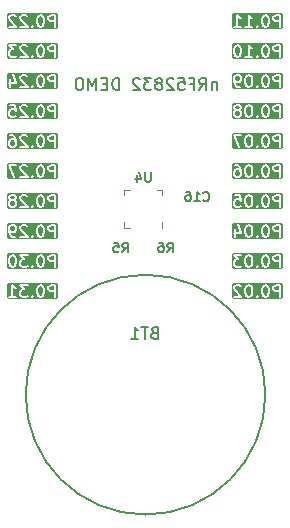
<source format=gbr>
G04 #@! TF.GenerationSoftware,KiCad,Pcbnew,(5.1.4)-1*
G04 #@! TF.CreationDate,2020-09-18T13:05:13-04:00*
G04 #@! TF.ProjectId,nRF52832_DEMO_V01,6e524635-3238-4333-925f-44454d4f5f56,rev?*
G04 #@! TF.SameCoordinates,Original*
G04 #@! TF.FileFunction,Legend,Bot*
G04 #@! TF.FilePolarity,Positive*
%FSLAX46Y46*%
G04 Gerber Fmt 4.6, Leading zero omitted, Abs format (unit mm)*
G04 Created by KiCad (PCBNEW (5.1.4)-1) date 2020-09-18 13:05:13*
%MOMM*%
%LPD*%
G04 APERTURE LIST*
%ADD10C,0.150000*%
%ADD11C,0.120000*%
%ADD12C,0.254000*%
%ADD13C,0.150000*%
G04 APERTURE END LIST*
%LPD*%
D10*
X122284380Y-68619714D02*
X122284380Y-69286380D01*
X122284380Y-68714952D02*
X122236761Y-68667333D01*
X122141523Y-68619714D01*
X121998666Y-68619714D01*
X121903428Y-68667333D01*
X121855809Y-68762571D01*
X121855809Y-69286380D01*
X120808190Y-69286380D02*
X121141523Y-68810190D01*
X121379619Y-69286380D02*
X121379619Y-68286380D01*
X120998666Y-68286380D01*
X120903428Y-68334000D01*
X120855809Y-68381619D01*
X120808190Y-68476857D01*
X120808190Y-68619714D01*
X120855809Y-68714952D01*
X120903428Y-68762571D01*
X120998666Y-68810190D01*
X121379619Y-68810190D01*
X120046285Y-68762571D02*
X120379619Y-68762571D01*
X120379619Y-69286380D02*
X120379619Y-68286380D01*
X119903428Y-68286380D01*
X119046285Y-68286380D02*
X119522476Y-68286380D01*
X119570095Y-68762571D01*
X119522476Y-68714952D01*
X119427238Y-68667333D01*
X119189142Y-68667333D01*
X119093904Y-68714952D01*
X119046285Y-68762571D01*
X118998666Y-68857809D01*
X118998666Y-69095904D01*
X119046285Y-69191142D01*
X119093904Y-69238761D01*
X119189142Y-69286380D01*
X119427238Y-69286380D01*
X119522476Y-69238761D01*
X119570095Y-69191142D01*
X118617714Y-68381619D02*
X118570095Y-68334000D01*
X118474857Y-68286380D01*
X118236761Y-68286380D01*
X118141523Y-68334000D01*
X118093904Y-68381619D01*
X118046285Y-68476857D01*
X118046285Y-68572095D01*
X118093904Y-68714952D01*
X118665333Y-69286380D01*
X118046285Y-69286380D01*
X117474857Y-68714952D02*
X117570095Y-68667333D01*
X117617714Y-68619714D01*
X117665333Y-68524476D01*
X117665333Y-68476857D01*
X117617714Y-68381619D01*
X117570095Y-68334000D01*
X117474857Y-68286380D01*
X117284380Y-68286380D01*
X117189142Y-68334000D01*
X117141523Y-68381619D01*
X117093904Y-68476857D01*
X117093904Y-68524476D01*
X117141523Y-68619714D01*
X117189142Y-68667333D01*
X117284380Y-68714952D01*
X117474857Y-68714952D01*
X117570095Y-68762571D01*
X117617714Y-68810190D01*
X117665333Y-68905428D01*
X117665333Y-69095904D01*
X117617714Y-69191142D01*
X117570095Y-69238761D01*
X117474857Y-69286380D01*
X117284380Y-69286380D01*
X117189142Y-69238761D01*
X117141523Y-69191142D01*
X117093904Y-69095904D01*
X117093904Y-68905428D01*
X117141523Y-68810190D01*
X117189142Y-68762571D01*
X117284380Y-68714952D01*
X116760571Y-68286380D02*
X116141523Y-68286380D01*
X116474857Y-68667333D01*
X116332000Y-68667333D01*
X116236761Y-68714952D01*
X116189142Y-68762571D01*
X116141523Y-68857809D01*
X116141523Y-69095904D01*
X116189142Y-69191142D01*
X116236761Y-69238761D01*
X116332000Y-69286380D01*
X116617714Y-69286380D01*
X116712952Y-69238761D01*
X116760571Y-69191142D01*
X115760571Y-68381619D02*
X115712952Y-68334000D01*
X115617714Y-68286380D01*
X115379619Y-68286380D01*
X115284380Y-68334000D01*
X115236761Y-68381619D01*
X115189142Y-68476857D01*
X115189142Y-68572095D01*
X115236761Y-68714952D01*
X115808190Y-69286380D01*
X115189142Y-69286380D01*
X113998666Y-69286380D02*
X113998666Y-68286380D01*
X113760571Y-68286380D01*
X113617714Y-68334000D01*
X113522476Y-68429238D01*
X113474857Y-68524476D01*
X113427238Y-68714952D01*
X113427238Y-68857809D01*
X113474857Y-69048285D01*
X113522476Y-69143523D01*
X113617714Y-69238761D01*
X113760571Y-69286380D01*
X113998666Y-69286380D01*
X112998666Y-68762571D02*
X112665333Y-68762571D01*
X112522476Y-69286380D02*
X112998666Y-69286380D01*
X112998666Y-68286380D01*
X112522476Y-68286380D01*
X112093904Y-69286380D02*
X112093904Y-68286380D01*
X111760571Y-69000666D01*
X111427238Y-68286380D01*
X111427238Y-69286380D01*
X110760571Y-68286380D02*
X110570095Y-68286380D01*
X110474857Y-68334000D01*
X110379619Y-68429238D01*
X110332000Y-68619714D01*
X110332000Y-68953047D01*
X110379619Y-69143523D01*
X110474857Y-69238761D01*
X110570095Y-69286380D01*
X110760571Y-69286380D01*
X110855809Y-69238761D01*
X110951047Y-69143523D01*
X110998666Y-68953047D01*
X110998666Y-68619714D01*
X110951047Y-68429238D01*
X110855809Y-68334000D01*
X110760571Y-68286380D01*
D11*
X117675300Y-78214600D02*
X117675300Y-77739600D01*
X117675300Y-77739600D02*
X117200300Y-77739600D01*
X114455300Y-80484600D02*
X114455300Y-80959600D01*
X114455300Y-80959600D02*
X114930300Y-80959600D01*
X114455300Y-78214600D02*
X114455300Y-77739600D01*
X114455300Y-77739600D02*
X114930300Y-77739600D01*
X117675300Y-80484600D02*
X117675300Y-80959600D01*
D10*
X126406271Y-95097600D02*
G75*
G03X126406271Y-95097600I-10150471J0D01*
G01*
X121164285Y-78644714D02*
X121202380Y-78682809D01*
X121316666Y-78720904D01*
X121392857Y-78720904D01*
X121507142Y-78682809D01*
X121583333Y-78606619D01*
X121621428Y-78530428D01*
X121659523Y-78378047D01*
X121659523Y-78263761D01*
X121621428Y-78111380D01*
X121583333Y-78035190D01*
X121507142Y-77959000D01*
X121392857Y-77920904D01*
X121316666Y-77920904D01*
X121202380Y-77959000D01*
X121164285Y-77997095D01*
X120402380Y-78720904D02*
X120859523Y-78720904D01*
X120630952Y-78720904D02*
X120630952Y-77920904D01*
X120707142Y-78035190D01*
X120783333Y-78111380D01*
X120859523Y-78149476D01*
X119716666Y-77920904D02*
X119869047Y-77920904D01*
X119945238Y-77959000D01*
X119983333Y-77997095D01*
X120059523Y-78111380D01*
X120097619Y-78263761D01*
X120097619Y-78568523D01*
X120059523Y-78644714D01*
X120021428Y-78682809D01*
X119945238Y-78720904D01*
X119792857Y-78720904D01*
X119716666Y-78682809D01*
X119678571Y-78644714D01*
X119640476Y-78568523D01*
X119640476Y-78378047D01*
X119678571Y-78301857D01*
X119716666Y-78263761D01*
X119792857Y-78225666D01*
X119945238Y-78225666D01*
X120021428Y-78263761D01*
X120059523Y-78301857D01*
X120097619Y-78378047D01*
X114306333Y-83038904D02*
X114573000Y-82657952D01*
X114763476Y-83038904D02*
X114763476Y-82238904D01*
X114458714Y-82238904D01*
X114382523Y-82277000D01*
X114344428Y-82315095D01*
X114306333Y-82391285D01*
X114306333Y-82505571D01*
X114344428Y-82581761D01*
X114382523Y-82619857D01*
X114458714Y-82657952D01*
X114763476Y-82657952D01*
X113582523Y-82238904D02*
X113963476Y-82238904D01*
X114001571Y-82619857D01*
X113963476Y-82581761D01*
X113887285Y-82543666D01*
X113696809Y-82543666D01*
X113620619Y-82581761D01*
X113582523Y-82619857D01*
X113544428Y-82696047D01*
X113544428Y-82886523D01*
X113582523Y-82962714D01*
X113620619Y-83000809D01*
X113696809Y-83038904D01*
X113887285Y-83038904D01*
X113963476Y-83000809D01*
X114001571Y-82962714D01*
X118116333Y-83038904D02*
X118383000Y-82657952D01*
X118573476Y-83038904D02*
X118573476Y-82238904D01*
X118268714Y-82238904D01*
X118192523Y-82277000D01*
X118154428Y-82315095D01*
X118116333Y-82391285D01*
X118116333Y-82505571D01*
X118154428Y-82581761D01*
X118192523Y-82619857D01*
X118268714Y-82657952D01*
X118573476Y-82657952D01*
X117430619Y-82238904D02*
X117583000Y-82238904D01*
X117659190Y-82277000D01*
X117697285Y-82315095D01*
X117773476Y-82429380D01*
X117811571Y-82581761D01*
X117811571Y-82886523D01*
X117773476Y-82962714D01*
X117735380Y-83000809D01*
X117659190Y-83038904D01*
X117506809Y-83038904D01*
X117430619Y-83000809D01*
X117392523Y-82962714D01*
X117354428Y-82886523D01*
X117354428Y-82696047D01*
X117392523Y-82619857D01*
X117430619Y-82581761D01*
X117506809Y-82543666D01*
X117659190Y-82543666D01*
X117735380Y-82581761D01*
X117773476Y-82619857D01*
X117811571Y-82696047D01*
X116687523Y-76269904D02*
X116687523Y-76917523D01*
X116649428Y-76993714D01*
X116611333Y-77031809D01*
X116535142Y-77069904D01*
X116382761Y-77069904D01*
X116306571Y-77031809D01*
X116268476Y-76993714D01*
X116230380Y-76917523D01*
X116230380Y-76269904D01*
X115506571Y-76536571D02*
X115506571Y-77069904D01*
X115697047Y-76231809D02*
X115887523Y-76803238D01*
X115392285Y-76803238D01*
X116990714Y-89844571D02*
X116847857Y-89892190D01*
X116800238Y-89939809D01*
X116752619Y-90035047D01*
X116752619Y-90177904D01*
X116800238Y-90273142D01*
X116847857Y-90320761D01*
X116943095Y-90368380D01*
X117324047Y-90368380D01*
X117324047Y-89368380D01*
X116990714Y-89368380D01*
X116895476Y-89416000D01*
X116847857Y-89463619D01*
X116800238Y-89558857D01*
X116800238Y-89654095D01*
X116847857Y-89749333D01*
X116895476Y-89796952D01*
X116990714Y-89844571D01*
X117324047Y-89844571D01*
X116466904Y-89368380D02*
X115895476Y-89368380D01*
X116181190Y-90368380D02*
X116181190Y-89368380D01*
X115038333Y-90368380D02*
X115609761Y-90368380D01*
X115324047Y-90368380D02*
X115324047Y-89368380D01*
X115419285Y-89511238D01*
X115514523Y-89606476D01*
X115609761Y-89654095D01*
D12*
G36*
X127762000Y-64008000D02*
G01*
X123698000Y-64008000D01*
X123698000Y-62865000D01*
X127762000Y-62865000D01*
X127762000Y-64008000D01*
X127762000Y-64008000D01*
G37*
X127762000Y-64008000D02*
X123698000Y-64008000D01*
X123698000Y-62865000D01*
X127762000Y-62865000D01*
X127762000Y-64008000D01*
G36*
X127762000Y-66548000D02*
G01*
X123698000Y-66548000D01*
X123698000Y-65405000D01*
X127762000Y-65405000D01*
X127762000Y-66548000D01*
X127762000Y-66548000D01*
G37*
X127762000Y-66548000D02*
X123698000Y-66548000D01*
X123698000Y-65405000D01*
X127762000Y-65405000D01*
X127762000Y-66548000D01*
G36*
X127762000Y-69088000D02*
G01*
X123698000Y-69088000D01*
X123698000Y-67945000D01*
X127762000Y-67945000D01*
X127762000Y-69088000D01*
X127762000Y-69088000D01*
G37*
X127762000Y-69088000D02*
X123698000Y-69088000D01*
X123698000Y-67945000D01*
X127762000Y-67945000D01*
X127762000Y-69088000D01*
G36*
X127762000Y-71628000D02*
G01*
X123698000Y-71628000D01*
X123698000Y-70485000D01*
X127762000Y-70485000D01*
X127762000Y-71628000D01*
X127762000Y-71628000D01*
G37*
X127762000Y-71628000D02*
X123698000Y-71628000D01*
X123698000Y-70485000D01*
X127762000Y-70485000D01*
X127762000Y-71628000D01*
G36*
X127762000Y-74168000D02*
G01*
X123698000Y-74168000D01*
X123698000Y-73025000D01*
X127762000Y-73025000D01*
X127762000Y-74168000D01*
X127762000Y-74168000D01*
G37*
X127762000Y-74168000D02*
X123698000Y-74168000D01*
X123698000Y-73025000D01*
X127762000Y-73025000D01*
X127762000Y-74168000D01*
G36*
X127762000Y-76708000D02*
G01*
X123698000Y-76708000D01*
X123698000Y-75565000D01*
X127762000Y-75565000D01*
X127762000Y-76708000D01*
X127762000Y-76708000D01*
G37*
X127762000Y-76708000D02*
X123698000Y-76708000D01*
X123698000Y-75565000D01*
X127762000Y-75565000D01*
X127762000Y-76708000D01*
G36*
X127762000Y-79248000D02*
G01*
X123698000Y-79248000D01*
X123698000Y-78105000D01*
X127762000Y-78105000D01*
X127762000Y-79248000D01*
X127762000Y-79248000D01*
G37*
X127762000Y-79248000D02*
X123698000Y-79248000D01*
X123698000Y-78105000D01*
X127762000Y-78105000D01*
X127762000Y-79248000D01*
G36*
X127762000Y-81788000D02*
G01*
X123698000Y-81788000D01*
X123698000Y-80645000D01*
X127762000Y-80645000D01*
X127762000Y-81788000D01*
X127762000Y-81788000D01*
G37*
X127762000Y-81788000D02*
X123698000Y-81788000D01*
X123698000Y-80645000D01*
X127762000Y-80645000D01*
X127762000Y-81788000D01*
G36*
X127762000Y-84328000D02*
G01*
X123698000Y-84328000D01*
X123698000Y-83185000D01*
X127762000Y-83185000D01*
X127762000Y-84328000D01*
X127762000Y-84328000D01*
G37*
X127762000Y-84328000D02*
X123698000Y-84328000D01*
X123698000Y-83185000D01*
X127762000Y-83185000D01*
X127762000Y-84328000D01*
G36*
X127762000Y-86868000D02*
G01*
X123698000Y-86868000D01*
X123698000Y-85725000D01*
X127762000Y-85725000D01*
X127762000Y-86868000D01*
X127762000Y-86868000D01*
G37*
X127762000Y-86868000D02*
X123698000Y-86868000D01*
X123698000Y-85725000D01*
X127762000Y-85725000D01*
X127762000Y-86868000D01*
G36*
X108712000Y-79248000D02*
G01*
X104648000Y-79248000D01*
X104648000Y-78105000D01*
X108712000Y-78105000D01*
X108712000Y-79248000D01*
X108712000Y-79248000D01*
G37*
X108712000Y-79248000D02*
X104648000Y-79248000D01*
X104648000Y-78105000D01*
X108712000Y-78105000D01*
X108712000Y-79248000D01*
G36*
X108712000Y-69088000D02*
G01*
X104648000Y-69088000D01*
X104648000Y-67945000D01*
X108712000Y-67945000D01*
X108712000Y-69088000D01*
X108712000Y-69088000D01*
G37*
X108712000Y-69088000D02*
X104648000Y-69088000D01*
X104648000Y-67945000D01*
X108712000Y-67945000D01*
X108712000Y-69088000D01*
G36*
X108712000Y-66548000D02*
G01*
X104648000Y-66548000D01*
X104648000Y-65405000D01*
X108712000Y-65405000D01*
X108712000Y-66548000D01*
X108712000Y-66548000D01*
G37*
X108712000Y-66548000D02*
X104648000Y-66548000D01*
X104648000Y-65405000D01*
X108712000Y-65405000D01*
X108712000Y-66548000D01*
G36*
X108712000Y-84328000D02*
G01*
X104648000Y-84328000D01*
X104648000Y-83185000D01*
X108712000Y-83185000D01*
X108712000Y-84328000D01*
X108712000Y-84328000D01*
G37*
X108712000Y-84328000D02*
X104648000Y-84328000D01*
X104648000Y-83185000D01*
X108712000Y-83185000D01*
X108712000Y-84328000D01*
G36*
X108712000Y-76708000D02*
G01*
X104648000Y-76708000D01*
X104648000Y-75565000D01*
X108712000Y-75565000D01*
X108712000Y-76708000D01*
X108712000Y-76708000D01*
G37*
X108712000Y-76708000D02*
X104648000Y-76708000D01*
X104648000Y-75565000D01*
X108712000Y-75565000D01*
X108712000Y-76708000D01*
G36*
X108712000Y-74168000D02*
G01*
X104648000Y-74168000D01*
X104648000Y-73025000D01*
X108712000Y-73025000D01*
X108712000Y-74168000D01*
X108712000Y-74168000D01*
G37*
X108712000Y-74168000D02*
X104648000Y-74168000D01*
X104648000Y-73025000D01*
X108712000Y-73025000D01*
X108712000Y-74168000D01*
G36*
X108712000Y-71628000D02*
G01*
X104648000Y-71628000D01*
X104648000Y-70485000D01*
X108712000Y-70485000D01*
X108712000Y-71628000D01*
X108712000Y-71628000D01*
G37*
X108712000Y-71628000D02*
X104648000Y-71628000D01*
X104648000Y-70485000D01*
X108712000Y-70485000D01*
X108712000Y-71628000D01*
G36*
X108712000Y-81788000D02*
G01*
X104648000Y-81788000D01*
X104648000Y-80645000D01*
X108712000Y-80645000D01*
X108712000Y-81788000D01*
X108712000Y-81788000D01*
G37*
X108712000Y-81788000D02*
X104648000Y-81788000D01*
X104648000Y-80645000D01*
X108712000Y-80645000D01*
X108712000Y-81788000D01*
G36*
X108712000Y-86868000D02*
G01*
X104648000Y-86868000D01*
X104648000Y-85725000D01*
X108712000Y-85725000D01*
X108712000Y-86868000D01*
X108712000Y-86868000D01*
G37*
X108712000Y-86868000D02*
X104648000Y-86868000D01*
X104648000Y-85725000D01*
X108712000Y-85725000D01*
X108712000Y-86868000D01*
G36*
X108712000Y-64008000D02*
G01*
X104648000Y-64008000D01*
X104648000Y-62865000D01*
X108712000Y-62865000D01*
X108712000Y-64008000D01*
X108712000Y-64008000D01*
G37*
X108712000Y-64008000D02*
X104648000Y-64008000D01*
X104648000Y-62865000D01*
X108712000Y-62865000D01*
X108712000Y-64008000D01*
%LPC*%
D13*
X108608571Y-76652380D02*
X108608571Y-75652380D01*
X108227619Y-75652380D01*
X108132380Y-75700000D01*
X108084761Y-75747619D01*
X108037142Y-75842857D01*
X108037142Y-75985714D01*
X108084761Y-76080952D01*
X108132380Y-76128571D01*
X108227619Y-76176190D01*
X108608571Y-76176190D01*
X107418095Y-75652380D02*
X107322857Y-75652380D01*
X107227619Y-75700000D01*
X107180000Y-75747619D01*
X107132380Y-75842857D01*
X107084761Y-76033333D01*
X107084761Y-76271428D01*
X107132380Y-76461904D01*
X107180000Y-76557142D01*
X107227619Y-76604761D01*
X107322857Y-76652380D01*
X107418095Y-76652380D01*
X107513333Y-76604761D01*
X107560952Y-76557142D01*
X107608571Y-76461904D01*
X107656190Y-76271428D01*
X107656190Y-76033333D01*
X107608571Y-75842857D01*
X107560952Y-75747619D01*
X107513333Y-75700000D01*
X107418095Y-75652380D01*
X106656190Y-76557142D02*
X106608571Y-76604761D01*
X106656190Y-76652380D01*
X106703809Y-76604761D01*
X106656190Y-76557142D01*
X106656190Y-76652380D01*
X106227619Y-75747619D02*
X106180000Y-75700000D01*
X106084761Y-75652380D01*
X105846666Y-75652380D01*
X105751428Y-75700000D01*
X105703809Y-75747619D01*
X105656190Y-75842857D01*
X105656190Y-75938095D01*
X105703809Y-76080952D01*
X106275238Y-76652380D01*
X105656190Y-76652380D01*
X105322857Y-75652380D02*
X104656190Y-75652380D01*
X105084761Y-76652380D01*
X108608571Y-86812380D02*
X108608571Y-85812380D01*
X108227619Y-85812380D01*
X108132380Y-85860000D01*
X108084761Y-85907619D01*
X108037142Y-86002857D01*
X108037142Y-86145714D01*
X108084761Y-86240952D01*
X108132380Y-86288571D01*
X108227619Y-86336190D01*
X108608571Y-86336190D01*
X107418095Y-85812380D02*
X107322857Y-85812380D01*
X107227619Y-85860000D01*
X107180000Y-85907619D01*
X107132380Y-86002857D01*
X107084761Y-86193333D01*
X107084761Y-86431428D01*
X107132380Y-86621904D01*
X107180000Y-86717142D01*
X107227619Y-86764761D01*
X107322857Y-86812380D01*
X107418095Y-86812380D01*
X107513333Y-86764761D01*
X107560952Y-86717142D01*
X107608571Y-86621904D01*
X107656190Y-86431428D01*
X107656190Y-86193333D01*
X107608571Y-86002857D01*
X107560952Y-85907619D01*
X107513333Y-85860000D01*
X107418095Y-85812380D01*
X106656190Y-86717142D02*
X106608571Y-86764761D01*
X106656190Y-86812380D01*
X106703809Y-86764761D01*
X106656190Y-86717142D01*
X106656190Y-86812380D01*
X106275238Y-85812380D02*
X105656190Y-85812380D01*
X105989523Y-86193333D01*
X105846666Y-86193333D01*
X105751428Y-86240952D01*
X105703809Y-86288571D01*
X105656190Y-86383809D01*
X105656190Y-86621904D01*
X105703809Y-86717142D01*
X105751428Y-86764761D01*
X105846666Y-86812380D01*
X106132380Y-86812380D01*
X106227619Y-86764761D01*
X106275238Y-86717142D01*
X104703809Y-86812380D02*
X105275238Y-86812380D01*
X104989523Y-86812380D02*
X104989523Y-85812380D01*
X105084761Y-85955238D01*
X105180000Y-86050476D01*
X105275238Y-86098095D01*
X108608571Y-84272380D02*
X108608571Y-83272380D01*
X108227619Y-83272380D01*
X108132380Y-83320000D01*
X108084761Y-83367619D01*
X108037142Y-83462857D01*
X108037142Y-83605714D01*
X108084761Y-83700952D01*
X108132380Y-83748571D01*
X108227619Y-83796190D01*
X108608571Y-83796190D01*
X107418095Y-83272380D02*
X107322857Y-83272380D01*
X107227619Y-83320000D01*
X107180000Y-83367619D01*
X107132380Y-83462857D01*
X107084761Y-83653333D01*
X107084761Y-83891428D01*
X107132380Y-84081904D01*
X107180000Y-84177142D01*
X107227619Y-84224761D01*
X107322857Y-84272380D01*
X107418095Y-84272380D01*
X107513333Y-84224761D01*
X107560952Y-84177142D01*
X107608571Y-84081904D01*
X107656190Y-83891428D01*
X107656190Y-83653333D01*
X107608571Y-83462857D01*
X107560952Y-83367619D01*
X107513333Y-83320000D01*
X107418095Y-83272380D01*
X106656190Y-84177142D02*
X106608571Y-84224761D01*
X106656190Y-84272380D01*
X106703809Y-84224761D01*
X106656190Y-84177142D01*
X106656190Y-84272380D01*
X106275238Y-83272380D02*
X105656190Y-83272380D01*
X105989523Y-83653333D01*
X105846666Y-83653333D01*
X105751428Y-83700952D01*
X105703809Y-83748571D01*
X105656190Y-83843809D01*
X105656190Y-84081904D01*
X105703809Y-84177142D01*
X105751428Y-84224761D01*
X105846666Y-84272380D01*
X106132380Y-84272380D01*
X106227619Y-84224761D01*
X106275238Y-84177142D01*
X105037142Y-83272380D02*
X104941904Y-83272380D01*
X104846666Y-83320000D01*
X104799047Y-83367619D01*
X104751428Y-83462857D01*
X104703809Y-83653333D01*
X104703809Y-83891428D01*
X104751428Y-84081904D01*
X104799047Y-84177142D01*
X104846666Y-84224761D01*
X104941904Y-84272380D01*
X105037142Y-84272380D01*
X105132380Y-84224761D01*
X105180000Y-84177142D01*
X105227619Y-84081904D01*
X105275238Y-83891428D01*
X105275238Y-83653333D01*
X105227619Y-83462857D01*
X105180000Y-83367619D01*
X105132380Y-83320000D01*
X105037142Y-83272380D01*
X108608571Y-81732380D02*
X108608571Y-80732380D01*
X108227619Y-80732380D01*
X108132380Y-80780000D01*
X108084761Y-80827619D01*
X108037142Y-80922857D01*
X108037142Y-81065714D01*
X108084761Y-81160952D01*
X108132380Y-81208571D01*
X108227619Y-81256190D01*
X108608571Y-81256190D01*
X107418095Y-80732380D02*
X107322857Y-80732380D01*
X107227619Y-80780000D01*
X107180000Y-80827619D01*
X107132380Y-80922857D01*
X107084761Y-81113333D01*
X107084761Y-81351428D01*
X107132380Y-81541904D01*
X107180000Y-81637142D01*
X107227619Y-81684761D01*
X107322857Y-81732380D01*
X107418095Y-81732380D01*
X107513333Y-81684761D01*
X107560952Y-81637142D01*
X107608571Y-81541904D01*
X107656190Y-81351428D01*
X107656190Y-81113333D01*
X107608571Y-80922857D01*
X107560952Y-80827619D01*
X107513333Y-80780000D01*
X107418095Y-80732380D01*
X106656190Y-81637142D02*
X106608571Y-81684761D01*
X106656190Y-81732380D01*
X106703809Y-81684761D01*
X106656190Y-81637142D01*
X106656190Y-81732380D01*
X106227619Y-80827619D02*
X106180000Y-80780000D01*
X106084761Y-80732380D01*
X105846666Y-80732380D01*
X105751428Y-80780000D01*
X105703809Y-80827619D01*
X105656190Y-80922857D01*
X105656190Y-81018095D01*
X105703809Y-81160952D01*
X106275238Y-81732380D01*
X105656190Y-81732380D01*
X105180000Y-81732380D02*
X104989523Y-81732380D01*
X104894285Y-81684761D01*
X104846666Y-81637142D01*
X104751428Y-81494285D01*
X104703809Y-81303809D01*
X104703809Y-80922857D01*
X104751428Y-80827619D01*
X104799047Y-80780000D01*
X104894285Y-80732380D01*
X105084761Y-80732380D01*
X105180000Y-80780000D01*
X105227619Y-80827619D01*
X105275238Y-80922857D01*
X105275238Y-81160952D01*
X105227619Y-81256190D01*
X105180000Y-81303809D01*
X105084761Y-81351428D01*
X104894285Y-81351428D01*
X104799047Y-81303809D01*
X104751428Y-81256190D01*
X104703809Y-81160952D01*
X108608571Y-69032380D02*
X108608571Y-68032380D01*
X108227619Y-68032380D01*
X108132380Y-68080000D01*
X108084761Y-68127619D01*
X108037142Y-68222857D01*
X108037142Y-68365714D01*
X108084761Y-68460952D01*
X108132380Y-68508571D01*
X108227619Y-68556190D01*
X108608571Y-68556190D01*
X107418095Y-68032380D02*
X107322857Y-68032380D01*
X107227619Y-68080000D01*
X107180000Y-68127619D01*
X107132380Y-68222857D01*
X107084761Y-68413333D01*
X107084761Y-68651428D01*
X107132380Y-68841904D01*
X107180000Y-68937142D01*
X107227619Y-68984761D01*
X107322857Y-69032380D01*
X107418095Y-69032380D01*
X107513333Y-68984761D01*
X107560952Y-68937142D01*
X107608571Y-68841904D01*
X107656190Y-68651428D01*
X107656190Y-68413333D01*
X107608571Y-68222857D01*
X107560952Y-68127619D01*
X107513333Y-68080000D01*
X107418095Y-68032380D01*
X106656190Y-68937142D02*
X106608571Y-68984761D01*
X106656190Y-69032380D01*
X106703809Y-68984761D01*
X106656190Y-68937142D01*
X106656190Y-69032380D01*
X106227619Y-68127619D02*
X106180000Y-68080000D01*
X106084761Y-68032380D01*
X105846666Y-68032380D01*
X105751428Y-68080000D01*
X105703809Y-68127619D01*
X105656190Y-68222857D01*
X105656190Y-68318095D01*
X105703809Y-68460952D01*
X106275238Y-69032380D01*
X105656190Y-69032380D01*
X104799047Y-68365714D02*
X104799047Y-69032380D01*
X105037142Y-67984761D02*
X105275238Y-68699047D01*
X104656190Y-68699047D01*
X108608571Y-66492380D02*
X108608571Y-65492380D01*
X108227619Y-65492380D01*
X108132380Y-65540000D01*
X108084761Y-65587619D01*
X108037142Y-65682857D01*
X108037142Y-65825714D01*
X108084761Y-65920952D01*
X108132380Y-65968571D01*
X108227619Y-66016190D01*
X108608571Y-66016190D01*
X107418095Y-65492380D02*
X107322857Y-65492380D01*
X107227619Y-65540000D01*
X107180000Y-65587619D01*
X107132380Y-65682857D01*
X107084761Y-65873333D01*
X107084761Y-66111428D01*
X107132380Y-66301904D01*
X107180000Y-66397142D01*
X107227619Y-66444761D01*
X107322857Y-66492380D01*
X107418095Y-66492380D01*
X107513333Y-66444761D01*
X107560952Y-66397142D01*
X107608571Y-66301904D01*
X107656190Y-66111428D01*
X107656190Y-65873333D01*
X107608571Y-65682857D01*
X107560952Y-65587619D01*
X107513333Y-65540000D01*
X107418095Y-65492380D01*
X106656190Y-66397142D02*
X106608571Y-66444761D01*
X106656190Y-66492380D01*
X106703809Y-66444761D01*
X106656190Y-66397142D01*
X106656190Y-66492380D01*
X106227619Y-65587619D02*
X106180000Y-65540000D01*
X106084761Y-65492380D01*
X105846666Y-65492380D01*
X105751428Y-65540000D01*
X105703809Y-65587619D01*
X105656190Y-65682857D01*
X105656190Y-65778095D01*
X105703809Y-65920952D01*
X106275238Y-66492380D01*
X105656190Y-66492380D01*
X105322857Y-65492380D02*
X104703809Y-65492380D01*
X105037142Y-65873333D01*
X104894285Y-65873333D01*
X104799047Y-65920952D01*
X104751428Y-65968571D01*
X104703809Y-66063809D01*
X104703809Y-66301904D01*
X104751428Y-66397142D01*
X104799047Y-66444761D01*
X104894285Y-66492380D01*
X105180000Y-66492380D01*
X105275238Y-66444761D01*
X105322857Y-66397142D01*
X108608571Y-71572380D02*
X108608571Y-70572380D01*
X108227619Y-70572380D01*
X108132380Y-70620000D01*
X108084761Y-70667619D01*
X108037142Y-70762857D01*
X108037142Y-70905714D01*
X108084761Y-71000952D01*
X108132380Y-71048571D01*
X108227619Y-71096190D01*
X108608571Y-71096190D01*
X107418095Y-70572380D02*
X107322857Y-70572380D01*
X107227619Y-70620000D01*
X107180000Y-70667619D01*
X107132380Y-70762857D01*
X107084761Y-70953333D01*
X107084761Y-71191428D01*
X107132380Y-71381904D01*
X107180000Y-71477142D01*
X107227619Y-71524761D01*
X107322857Y-71572380D01*
X107418095Y-71572380D01*
X107513333Y-71524761D01*
X107560952Y-71477142D01*
X107608571Y-71381904D01*
X107656190Y-71191428D01*
X107656190Y-70953333D01*
X107608571Y-70762857D01*
X107560952Y-70667619D01*
X107513333Y-70620000D01*
X107418095Y-70572380D01*
X106656190Y-71477142D02*
X106608571Y-71524761D01*
X106656190Y-71572380D01*
X106703809Y-71524761D01*
X106656190Y-71477142D01*
X106656190Y-71572380D01*
X106227619Y-70667619D02*
X106180000Y-70620000D01*
X106084761Y-70572380D01*
X105846666Y-70572380D01*
X105751428Y-70620000D01*
X105703809Y-70667619D01*
X105656190Y-70762857D01*
X105656190Y-70858095D01*
X105703809Y-71000952D01*
X106275238Y-71572380D01*
X105656190Y-71572380D01*
X104751428Y-70572380D02*
X105227619Y-70572380D01*
X105275238Y-71048571D01*
X105227619Y-71000952D01*
X105132380Y-70953333D01*
X104894285Y-70953333D01*
X104799047Y-71000952D01*
X104751428Y-71048571D01*
X104703809Y-71143809D01*
X104703809Y-71381904D01*
X104751428Y-71477142D01*
X104799047Y-71524761D01*
X104894285Y-71572380D01*
X105132380Y-71572380D01*
X105227619Y-71524761D01*
X105275238Y-71477142D01*
X108608571Y-74112380D02*
X108608571Y-73112380D01*
X108227619Y-73112380D01*
X108132380Y-73160000D01*
X108084761Y-73207619D01*
X108037142Y-73302857D01*
X108037142Y-73445714D01*
X108084761Y-73540952D01*
X108132380Y-73588571D01*
X108227619Y-73636190D01*
X108608571Y-73636190D01*
X107418095Y-73112380D02*
X107322857Y-73112380D01*
X107227619Y-73160000D01*
X107180000Y-73207619D01*
X107132380Y-73302857D01*
X107084761Y-73493333D01*
X107084761Y-73731428D01*
X107132380Y-73921904D01*
X107180000Y-74017142D01*
X107227619Y-74064761D01*
X107322857Y-74112380D01*
X107418095Y-74112380D01*
X107513333Y-74064761D01*
X107560952Y-74017142D01*
X107608571Y-73921904D01*
X107656190Y-73731428D01*
X107656190Y-73493333D01*
X107608571Y-73302857D01*
X107560952Y-73207619D01*
X107513333Y-73160000D01*
X107418095Y-73112380D01*
X106656190Y-74017142D02*
X106608571Y-74064761D01*
X106656190Y-74112380D01*
X106703809Y-74064761D01*
X106656190Y-74017142D01*
X106656190Y-74112380D01*
X106227619Y-73207619D02*
X106180000Y-73160000D01*
X106084761Y-73112380D01*
X105846666Y-73112380D01*
X105751428Y-73160000D01*
X105703809Y-73207619D01*
X105656190Y-73302857D01*
X105656190Y-73398095D01*
X105703809Y-73540952D01*
X106275238Y-74112380D01*
X105656190Y-74112380D01*
X104799047Y-73112380D02*
X104989523Y-73112380D01*
X105084761Y-73160000D01*
X105132380Y-73207619D01*
X105227619Y-73350476D01*
X105275238Y-73540952D01*
X105275238Y-73921904D01*
X105227619Y-74017142D01*
X105180000Y-74064761D01*
X105084761Y-74112380D01*
X104894285Y-74112380D01*
X104799047Y-74064761D01*
X104751428Y-74017142D01*
X104703809Y-73921904D01*
X104703809Y-73683809D01*
X104751428Y-73588571D01*
X104799047Y-73540952D01*
X104894285Y-73493333D01*
X105084761Y-73493333D01*
X105180000Y-73540952D01*
X105227619Y-73588571D01*
X105275238Y-73683809D01*
X108608571Y-79192380D02*
X108608571Y-78192380D01*
X108227619Y-78192380D01*
X108132380Y-78240000D01*
X108084761Y-78287619D01*
X108037142Y-78382857D01*
X108037142Y-78525714D01*
X108084761Y-78620952D01*
X108132380Y-78668571D01*
X108227619Y-78716190D01*
X108608571Y-78716190D01*
X107418095Y-78192380D02*
X107322857Y-78192380D01*
X107227619Y-78240000D01*
X107180000Y-78287619D01*
X107132380Y-78382857D01*
X107084761Y-78573333D01*
X107084761Y-78811428D01*
X107132380Y-79001904D01*
X107180000Y-79097142D01*
X107227619Y-79144761D01*
X107322857Y-79192380D01*
X107418095Y-79192380D01*
X107513333Y-79144761D01*
X107560952Y-79097142D01*
X107608571Y-79001904D01*
X107656190Y-78811428D01*
X107656190Y-78573333D01*
X107608571Y-78382857D01*
X107560952Y-78287619D01*
X107513333Y-78240000D01*
X107418095Y-78192380D01*
X106656190Y-79097142D02*
X106608571Y-79144761D01*
X106656190Y-79192380D01*
X106703809Y-79144761D01*
X106656190Y-79097142D01*
X106656190Y-79192380D01*
X106227619Y-78287619D02*
X106180000Y-78240000D01*
X106084761Y-78192380D01*
X105846666Y-78192380D01*
X105751428Y-78240000D01*
X105703809Y-78287619D01*
X105656190Y-78382857D01*
X105656190Y-78478095D01*
X105703809Y-78620952D01*
X106275238Y-79192380D01*
X105656190Y-79192380D01*
X105084761Y-78620952D02*
X105180000Y-78573333D01*
X105227619Y-78525714D01*
X105275238Y-78430476D01*
X105275238Y-78382857D01*
X105227619Y-78287619D01*
X105180000Y-78240000D01*
X105084761Y-78192380D01*
X104894285Y-78192380D01*
X104799047Y-78240000D01*
X104751428Y-78287619D01*
X104703809Y-78382857D01*
X104703809Y-78430476D01*
X104751428Y-78525714D01*
X104799047Y-78573333D01*
X104894285Y-78620952D01*
X105084761Y-78620952D01*
X105180000Y-78668571D01*
X105227619Y-78716190D01*
X105275238Y-78811428D01*
X105275238Y-79001904D01*
X105227619Y-79097142D01*
X105180000Y-79144761D01*
X105084761Y-79192380D01*
X104894285Y-79192380D01*
X104799047Y-79144761D01*
X104751428Y-79097142D01*
X104703809Y-79001904D01*
X104703809Y-78811428D01*
X104751428Y-78716190D01*
X104799047Y-78668571D01*
X104894285Y-78620952D01*
X108608571Y-63952380D02*
X108608571Y-62952380D01*
X108227619Y-62952380D01*
X108132380Y-63000000D01*
X108084761Y-63047619D01*
X108037142Y-63142857D01*
X108037142Y-63285714D01*
X108084761Y-63380952D01*
X108132380Y-63428571D01*
X108227619Y-63476190D01*
X108608571Y-63476190D01*
X107418095Y-62952380D02*
X107322857Y-62952380D01*
X107227619Y-63000000D01*
X107180000Y-63047619D01*
X107132380Y-63142857D01*
X107084761Y-63333333D01*
X107084761Y-63571428D01*
X107132380Y-63761904D01*
X107180000Y-63857142D01*
X107227619Y-63904761D01*
X107322857Y-63952380D01*
X107418095Y-63952380D01*
X107513333Y-63904761D01*
X107560952Y-63857142D01*
X107608571Y-63761904D01*
X107656190Y-63571428D01*
X107656190Y-63333333D01*
X107608571Y-63142857D01*
X107560952Y-63047619D01*
X107513333Y-63000000D01*
X107418095Y-62952380D01*
X106656190Y-63857142D02*
X106608571Y-63904761D01*
X106656190Y-63952380D01*
X106703809Y-63904761D01*
X106656190Y-63857142D01*
X106656190Y-63952380D01*
X106227619Y-63047619D02*
X106180000Y-63000000D01*
X106084761Y-62952380D01*
X105846666Y-62952380D01*
X105751428Y-63000000D01*
X105703809Y-63047619D01*
X105656190Y-63142857D01*
X105656190Y-63238095D01*
X105703809Y-63380952D01*
X106275238Y-63952380D01*
X105656190Y-63952380D01*
X105275238Y-63047619D02*
X105227619Y-63000000D01*
X105132380Y-62952380D01*
X104894285Y-62952380D01*
X104799047Y-63000000D01*
X104751428Y-63047619D01*
X104703809Y-63142857D01*
X104703809Y-63238095D01*
X104751428Y-63380952D01*
X105322857Y-63952380D01*
X104703809Y-63952380D01*
X127658571Y-86812380D02*
X127658571Y-85812380D01*
X127277619Y-85812380D01*
X127182380Y-85860000D01*
X127134761Y-85907619D01*
X127087142Y-86002857D01*
X127087142Y-86145714D01*
X127134761Y-86240952D01*
X127182380Y-86288571D01*
X127277619Y-86336190D01*
X127658571Y-86336190D01*
X126468095Y-85812380D02*
X126372857Y-85812380D01*
X126277619Y-85860000D01*
X126230000Y-85907619D01*
X126182380Y-86002857D01*
X126134761Y-86193333D01*
X126134761Y-86431428D01*
X126182380Y-86621904D01*
X126230000Y-86717142D01*
X126277619Y-86764761D01*
X126372857Y-86812380D01*
X126468095Y-86812380D01*
X126563333Y-86764761D01*
X126610952Y-86717142D01*
X126658571Y-86621904D01*
X126706190Y-86431428D01*
X126706190Y-86193333D01*
X126658571Y-86002857D01*
X126610952Y-85907619D01*
X126563333Y-85860000D01*
X126468095Y-85812380D01*
X125706190Y-86717142D02*
X125658571Y-86764761D01*
X125706190Y-86812380D01*
X125753809Y-86764761D01*
X125706190Y-86717142D01*
X125706190Y-86812380D01*
X125039523Y-85812380D02*
X124944285Y-85812380D01*
X124849047Y-85860000D01*
X124801428Y-85907619D01*
X124753809Y-86002857D01*
X124706190Y-86193333D01*
X124706190Y-86431428D01*
X124753809Y-86621904D01*
X124801428Y-86717142D01*
X124849047Y-86764761D01*
X124944285Y-86812380D01*
X125039523Y-86812380D01*
X125134761Y-86764761D01*
X125182380Y-86717142D01*
X125230000Y-86621904D01*
X125277619Y-86431428D01*
X125277619Y-86193333D01*
X125230000Y-86002857D01*
X125182380Y-85907619D01*
X125134761Y-85860000D01*
X125039523Y-85812380D01*
X124325238Y-85907619D02*
X124277619Y-85860000D01*
X124182380Y-85812380D01*
X123944285Y-85812380D01*
X123849047Y-85860000D01*
X123801428Y-85907619D01*
X123753809Y-86002857D01*
X123753809Y-86098095D01*
X123801428Y-86240952D01*
X124372857Y-86812380D01*
X123753809Y-86812380D01*
X127658571Y-84272380D02*
X127658571Y-83272380D01*
X127277619Y-83272380D01*
X127182380Y-83320000D01*
X127134761Y-83367619D01*
X127087142Y-83462857D01*
X127087142Y-83605714D01*
X127134761Y-83700952D01*
X127182380Y-83748571D01*
X127277619Y-83796190D01*
X127658571Y-83796190D01*
X126468095Y-83272380D02*
X126372857Y-83272380D01*
X126277619Y-83320000D01*
X126230000Y-83367619D01*
X126182380Y-83462857D01*
X126134761Y-83653333D01*
X126134761Y-83891428D01*
X126182380Y-84081904D01*
X126230000Y-84177142D01*
X126277619Y-84224761D01*
X126372857Y-84272380D01*
X126468095Y-84272380D01*
X126563333Y-84224761D01*
X126610952Y-84177142D01*
X126658571Y-84081904D01*
X126706190Y-83891428D01*
X126706190Y-83653333D01*
X126658571Y-83462857D01*
X126610952Y-83367619D01*
X126563333Y-83320000D01*
X126468095Y-83272380D01*
X125706190Y-84177142D02*
X125658571Y-84224761D01*
X125706190Y-84272380D01*
X125753809Y-84224761D01*
X125706190Y-84177142D01*
X125706190Y-84272380D01*
X125039523Y-83272380D02*
X124944285Y-83272380D01*
X124849047Y-83320000D01*
X124801428Y-83367619D01*
X124753809Y-83462857D01*
X124706190Y-83653333D01*
X124706190Y-83891428D01*
X124753809Y-84081904D01*
X124801428Y-84177142D01*
X124849047Y-84224761D01*
X124944285Y-84272380D01*
X125039523Y-84272380D01*
X125134761Y-84224761D01*
X125182380Y-84177142D01*
X125230000Y-84081904D01*
X125277619Y-83891428D01*
X125277619Y-83653333D01*
X125230000Y-83462857D01*
X125182380Y-83367619D01*
X125134761Y-83320000D01*
X125039523Y-83272380D01*
X124372857Y-83272380D02*
X123753809Y-83272380D01*
X124087142Y-83653333D01*
X123944285Y-83653333D01*
X123849047Y-83700952D01*
X123801428Y-83748571D01*
X123753809Y-83843809D01*
X123753809Y-84081904D01*
X123801428Y-84177142D01*
X123849047Y-84224761D01*
X123944285Y-84272380D01*
X124230000Y-84272380D01*
X124325238Y-84224761D01*
X124372857Y-84177142D01*
X127658571Y-81732380D02*
X127658571Y-80732380D01*
X127277619Y-80732380D01*
X127182380Y-80780000D01*
X127134761Y-80827619D01*
X127087142Y-80922857D01*
X127087142Y-81065714D01*
X127134761Y-81160952D01*
X127182380Y-81208571D01*
X127277619Y-81256190D01*
X127658571Y-81256190D01*
X126468095Y-80732380D02*
X126372857Y-80732380D01*
X126277619Y-80780000D01*
X126230000Y-80827619D01*
X126182380Y-80922857D01*
X126134761Y-81113333D01*
X126134761Y-81351428D01*
X126182380Y-81541904D01*
X126230000Y-81637142D01*
X126277619Y-81684761D01*
X126372857Y-81732380D01*
X126468095Y-81732380D01*
X126563333Y-81684761D01*
X126610952Y-81637142D01*
X126658571Y-81541904D01*
X126706190Y-81351428D01*
X126706190Y-81113333D01*
X126658571Y-80922857D01*
X126610952Y-80827619D01*
X126563333Y-80780000D01*
X126468095Y-80732380D01*
X125706190Y-81637142D02*
X125658571Y-81684761D01*
X125706190Y-81732380D01*
X125753809Y-81684761D01*
X125706190Y-81637142D01*
X125706190Y-81732380D01*
X125039523Y-80732380D02*
X124944285Y-80732380D01*
X124849047Y-80780000D01*
X124801428Y-80827619D01*
X124753809Y-80922857D01*
X124706190Y-81113333D01*
X124706190Y-81351428D01*
X124753809Y-81541904D01*
X124801428Y-81637142D01*
X124849047Y-81684761D01*
X124944285Y-81732380D01*
X125039523Y-81732380D01*
X125134761Y-81684761D01*
X125182380Y-81637142D01*
X125230000Y-81541904D01*
X125277619Y-81351428D01*
X125277619Y-81113333D01*
X125230000Y-80922857D01*
X125182380Y-80827619D01*
X125134761Y-80780000D01*
X125039523Y-80732380D01*
X123849047Y-81065714D02*
X123849047Y-81732380D01*
X124087142Y-80684761D02*
X124325238Y-81399047D01*
X123706190Y-81399047D01*
X127658571Y-79192380D02*
X127658571Y-78192380D01*
X127277619Y-78192380D01*
X127182380Y-78240000D01*
X127134761Y-78287619D01*
X127087142Y-78382857D01*
X127087142Y-78525714D01*
X127134761Y-78620952D01*
X127182380Y-78668571D01*
X127277619Y-78716190D01*
X127658571Y-78716190D01*
X126468095Y-78192380D02*
X126372857Y-78192380D01*
X126277619Y-78240000D01*
X126230000Y-78287619D01*
X126182380Y-78382857D01*
X126134761Y-78573333D01*
X126134761Y-78811428D01*
X126182380Y-79001904D01*
X126230000Y-79097142D01*
X126277619Y-79144761D01*
X126372857Y-79192380D01*
X126468095Y-79192380D01*
X126563333Y-79144761D01*
X126610952Y-79097142D01*
X126658571Y-79001904D01*
X126706190Y-78811428D01*
X126706190Y-78573333D01*
X126658571Y-78382857D01*
X126610952Y-78287619D01*
X126563333Y-78240000D01*
X126468095Y-78192380D01*
X125706190Y-79097142D02*
X125658571Y-79144761D01*
X125706190Y-79192380D01*
X125753809Y-79144761D01*
X125706190Y-79097142D01*
X125706190Y-79192380D01*
X125039523Y-78192380D02*
X124944285Y-78192380D01*
X124849047Y-78240000D01*
X124801428Y-78287619D01*
X124753809Y-78382857D01*
X124706190Y-78573333D01*
X124706190Y-78811428D01*
X124753809Y-79001904D01*
X124801428Y-79097142D01*
X124849047Y-79144761D01*
X124944285Y-79192380D01*
X125039523Y-79192380D01*
X125134761Y-79144761D01*
X125182380Y-79097142D01*
X125230000Y-79001904D01*
X125277619Y-78811428D01*
X125277619Y-78573333D01*
X125230000Y-78382857D01*
X125182380Y-78287619D01*
X125134761Y-78240000D01*
X125039523Y-78192380D01*
X123801428Y-78192380D02*
X124277619Y-78192380D01*
X124325238Y-78668571D01*
X124277619Y-78620952D01*
X124182380Y-78573333D01*
X123944285Y-78573333D01*
X123849047Y-78620952D01*
X123801428Y-78668571D01*
X123753809Y-78763809D01*
X123753809Y-79001904D01*
X123801428Y-79097142D01*
X123849047Y-79144761D01*
X123944285Y-79192380D01*
X124182380Y-79192380D01*
X124277619Y-79144761D01*
X124325238Y-79097142D01*
X127658571Y-76652380D02*
X127658571Y-75652380D01*
X127277619Y-75652380D01*
X127182380Y-75700000D01*
X127134761Y-75747619D01*
X127087142Y-75842857D01*
X127087142Y-75985714D01*
X127134761Y-76080952D01*
X127182380Y-76128571D01*
X127277619Y-76176190D01*
X127658571Y-76176190D01*
X126468095Y-75652380D02*
X126372857Y-75652380D01*
X126277619Y-75700000D01*
X126230000Y-75747619D01*
X126182380Y-75842857D01*
X126134761Y-76033333D01*
X126134761Y-76271428D01*
X126182380Y-76461904D01*
X126230000Y-76557142D01*
X126277619Y-76604761D01*
X126372857Y-76652380D01*
X126468095Y-76652380D01*
X126563333Y-76604761D01*
X126610952Y-76557142D01*
X126658571Y-76461904D01*
X126706190Y-76271428D01*
X126706190Y-76033333D01*
X126658571Y-75842857D01*
X126610952Y-75747619D01*
X126563333Y-75700000D01*
X126468095Y-75652380D01*
X125706190Y-76557142D02*
X125658571Y-76604761D01*
X125706190Y-76652380D01*
X125753809Y-76604761D01*
X125706190Y-76557142D01*
X125706190Y-76652380D01*
X125039523Y-75652380D02*
X124944285Y-75652380D01*
X124849047Y-75700000D01*
X124801428Y-75747619D01*
X124753809Y-75842857D01*
X124706190Y-76033333D01*
X124706190Y-76271428D01*
X124753809Y-76461904D01*
X124801428Y-76557142D01*
X124849047Y-76604761D01*
X124944285Y-76652380D01*
X125039523Y-76652380D01*
X125134761Y-76604761D01*
X125182380Y-76557142D01*
X125230000Y-76461904D01*
X125277619Y-76271428D01*
X125277619Y-76033333D01*
X125230000Y-75842857D01*
X125182380Y-75747619D01*
X125134761Y-75700000D01*
X125039523Y-75652380D01*
X123849047Y-75652380D02*
X124039523Y-75652380D01*
X124134761Y-75700000D01*
X124182380Y-75747619D01*
X124277619Y-75890476D01*
X124325238Y-76080952D01*
X124325238Y-76461904D01*
X124277619Y-76557142D01*
X124230000Y-76604761D01*
X124134761Y-76652380D01*
X123944285Y-76652380D01*
X123849047Y-76604761D01*
X123801428Y-76557142D01*
X123753809Y-76461904D01*
X123753809Y-76223809D01*
X123801428Y-76128571D01*
X123849047Y-76080952D01*
X123944285Y-76033333D01*
X124134761Y-76033333D01*
X124230000Y-76080952D01*
X124277619Y-76128571D01*
X124325238Y-76223809D01*
X127658571Y-74112380D02*
X127658571Y-73112380D01*
X127277619Y-73112380D01*
X127182380Y-73160000D01*
X127134761Y-73207619D01*
X127087142Y-73302857D01*
X127087142Y-73445714D01*
X127134761Y-73540952D01*
X127182380Y-73588571D01*
X127277619Y-73636190D01*
X127658571Y-73636190D01*
X126468095Y-73112380D02*
X126372857Y-73112380D01*
X126277619Y-73160000D01*
X126230000Y-73207619D01*
X126182380Y-73302857D01*
X126134761Y-73493333D01*
X126134761Y-73731428D01*
X126182380Y-73921904D01*
X126230000Y-74017142D01*
X126277619Y-74064761D01*
X126372857Y-74112380D01*
X126468095Y-74112380D01*
X126563333Y-74064761D01*
X126610952Y-74017142D01*
X126658571Y-73921904D01*
X126706190Y-73731428D01*
X126706190Y-73493333D01*
X126658571Y-73302857D01*
X126610952Y-73207619D01*
X126563333Y-73160000D01*
X126468095Y-73112380D01*
X125706190Y-74017142D02*
X125658571Y-74064761D01*
X125706190Y-74112380D01*
X125753809Y-74064761D01*
X125706190Y-74017142D01*
X125706190Y-74112380D01*
X125039523Y-73112380D02*
X124944285Y-73112380D01*
X124849047Y-73160000D01*
X124801428Y-73207619D01*
X124753809Y-73302857D01*
X124706190Y-73493333D01*
X124706190Y-73731428D01*
X124753809Y-73921904D01*
X124801428Y-74017142D01*
X124849047Y-74064761D01*
X124944285Y-74112380D01*
X125039523Y-74112380D01*
X125134761Y-74064761D01*
X125182380Y-74017142D01*
X125230000Y-73921904D01*
X125277619Y-73731428D01*
X125277619Y-73493333D01*
X125230000Y-73302857D01*
X125182380Y-73207619D01*
X125134761Y-73160000D01*
X125039523Y-73112380D01*
X124372857Y-73112380D02*
X123706190Y-73112380D01*
X124134761Y-74112380D01*
X127658571Y-71572380D02*
X127658571Y-70572380D01*
X127277619Y-70572380D01*
X127182380Y-70620000D01*
X127134761Y-70667619D01*
X127087142Y-70762857D01*
X127087142Y-70905714D01*
X127134761Y-71000952D01*
X127182380Y-71048571D01*
X127277619Y-71096190D01*
X127658571Y-71096190D01*
X126468095Y-70572380D02*
X126372857Y-70572380D01*
X126277619Y-70620000D01*
X126230000Y-70667619D01*
X126182380Y-70762857D01*
X126134761Y-70953333D01*
X126134761Y-71191428D01*
X126182380Y-71381904D01*
X126230000Y-71477142D01*
X126277619Y-71524761D01*
X126372857Y-71572380D01*
X126468095Y-71572380D01*
X126563333Y-71524761D01*
X126610952Y-71477142D01*
X126658571Y-71381904D01*
X126706190Y-71191428D01*
X126706190Y-70953333D01*
X126658571Y-70762857D01*
X126610952Y-70667619D01*
X126563333Y-70620000D01*
X126468095Y-70572380D01*
X125706190Y-71477142D02*
X125658571Y-71524761D01*
X125706190Y-71572380D01*
X125753809Y-71524761D01*
X125706190Y-71477142D01*
X125706190Y-71572380D01*
X125039523Y-70572380D02*
X124944285Y-70572380D01*
X124849047Y-70620000D01*
X124801428Y-70667619D01*
X124753809Y-70762857D01*
X124706190Y-70953333D01*
X124706190Y-71191428D01*
X124753809Y-71381904D01*
X124801428Y-71477142D01*
X124849047Y-71524761D01*
X124944285Y-71572380D01*
X125039523Y-71572380D01*
X125134761Y-71524761D01*
X125182380Y-71477142D01*
X125230000Y-71381904D01*
X125277619Y-71191428D01*
X125277619Y-70953333D01*
X125230000Y-70762857D01*
X125182380Y-70667619D01*
X125134761Y-70620000D01*
X125039523Y-70572380D01*
X124134761Y-71000952D02*
X124230000Y-70953333D01*
X124277619Y-70905714D01*
X124325238Y-70810476D01*
X124325238Y-70762857D01*
X124277619Y-70667619D01*
X124230000Y-70620000D01*
X124134761Y-70572380D01*
X123944285Y-70572380D01*
X123849047Y-70620000D01*
X123801428Y-70667619D01*
X123753809Y-70762857D01*
X123753809Y-70810476D01*
X123801428Y-70905714D01*
X123849047Y-70953333D01*
X123944285Y-71000952D01*
X124134761Y-71000952D01*
X124230000Y-71048571D01*
X124277619Y-71096190D01*
X124325238Y-71191428D01*
X124325238Y-71381904D01*
X124277619Y-71477142D01*
X124230000Y-71524761D01*
X124134761Y-71572380D01*
X123944285Y-71572380D01*
X123849047Y-71524761D01*
X123801428Y-71477142D01*
X123753809Y-71381904D01*
X123753809Y-71191428D01*
X123801428Y-71096190D01*
X123849047Y-71048571D01*
X123944285Y-71000952D01*
X127658571Y-69032380D02*
X127658571Y-68032380D01*
X127277619Y-68032380D01*
X127182380Y-68080000D01*
X127134761Y-68127619D01*
X127087142Y-68222857D01*
X127087142Y-68365714D01*
X127134761Y-68460952D01*
X127182380Y-68508571D01*
X127277619Y-68556190D01*
X127658571Y-68556190D01*
X126468095Y-68032380D02*
X126372857Y-68032380D01*
X126277619Y-68080000D01*
X126230000Y-68127619D01*
X126182380Y-68222857D01*
X126134761Y-68413333D01*
X126134761Y-68651428D01*
X126182380Y-68841904D01*
X126230000Y-68937142D01*
X126277619Y-68984761D01*
X126372857Y-69032380D01*
X126468095Y-69032380D01*
X126563333Y-68984761D01*
X126610952Y-68937142D01*
X126658571Y-68841904D01*
X126706190Y-68651428D01*
X126706190Y-68413333D01*
X126658571Y-68222857D01*
X126610952Y-68127619D01*
X126563333Y-68080000D01*
X126468095Y-68032380D01*
X125706190Y-68937142D02*
X125658571Y-68984761D01*
X125706190Y-69032380D01*
X125753809Y-68984761D01*
X125706190Y-68937142D01*
X125706190Y-69032380D01*
X125039523Y-68032380D02*
X124944285Y-68032380D01*
X124849047Y-68080000D01*
X124801428Y-68127619D01*
X124753809Y-68222857D01*
X124706190Y-68413333D01*
X124706190Y-68651428D01*
X124753809Y-68841904D01*
X124801428Y-68937142D01*
X124849047Y-68984761D01*
X124944285Y-69032380D01*
X125039523Y-69032380D01*
X125134761Y-68984761D01*
X125182380Y-68937142D01*
X125230000Y-68841904D01*
X125277619Y-68651428D01*
X125277619Y-68413333D01*
X125230000Y-68222857D01*
X125182380Y-68127619D01*
X125134761Y-68080000D01*
X125039523Y-68032380D01*
X124230000Y-69032380D02*
X124039523Y-69032380D01*
X123944285Y-68984761D01*
X123896666Y-68937142D01*
X123801428Y-68794285D01*
X123753809Y-68603809D01*
X123753809Y-68222857D01*
X123801428Y-68127619D01*
X123849047Y-68080000D01*
X123944285Y-68032380D01*
X124134761Y-68032380D01*
X124230000Y-68080000D01*
X124277619Y-68127619D01*
X124325238Y-68222857D01*
X124325238Y-68460952D01*
X124277619Y-68556190D01*
X124230000Y-68603809D01*
X124134761Y-68651428D01*
X123944285Y-68651428D01*
X123849047Y-68603809D01*
X123801428Y-68556190D01*
X123753809Y-68460952D01*
X127658571Y-66492380D02*
X127658571Y-65492380D01*
X127277619Y-65492380D01*
X127182380Y-65540000D01*
X127134761Y-65587619D01*
X127087142Y-65682857D01*
X127087142Y-65825714D01*
X127134761Y-65920952D01*
X127182380Y-65968571D01*
X127277619Y-66016190D01*
X127658571Y-66016190D01*
X126468095Y-65492380D02*
X126372857Y-65492380D01*
X126277619Y-65540000D01*
X126230000Y-65587619D01*
X126182380Y-65682857D01*
X126134761Y-65873333D01*
X126134761Y-66111428D01*
X126182380Y-66301904D01*
X126230000Y-66397142D01*
X126277619Y-66444761D01*
X126372857Y-66492380D01*
X126468095Y-66492380D01*
X126563333Y-66444761D01*
X126610952Y-66397142D01*
X126658571Y-66301904D01*
X126706190Y-66111428D01*
X126706190Y-65873333D01*
X126658571Y-65682857D01*
X126610952Y-65587619D01*
X126563333Y-65540000D01*
X126468095Y-65492380D01*
X125706190Y-66397142D02*
X125658571Y-66444761D01*
X125706190Y-66492380D01*
X125753809Y-66444761D01*
X125706190Y-66397142D01*
X125706190Y-66492380D01*
X124706190Y-66492380D02*
X125277619Y-66492380D01*
X124991904Y-66492380D02*
X124991904Y-65492380D01*
X125087142Y-65635238D01*
X125182380Y-65730476D01*
X125277619Y-65778095D01*
X124087142Y-65492380D02*
X123991904Y-65492380D01*
X123896666Y-65540000D01*
X123849047Y-65587619D01*
X123801428Y-65682857D01*
X123753809Y-65873333D01*
X123753809Y-66111428D01*
X123801428Y-66301904D01*
X123849047Y-66397142D01*
X123896666Y-66444761D01*
X123991904Y-66492380D01*
X124087142Y-66492380D01*
X124182380Y-66444761D01*
X124230000Y-66397142D01*
X124277619Y-66301904D01*
X124325238Y-66111428D01*
X124325238Y-65873333D01*
X124277619Y-65682857D01*
X124230000Y-65587619D01*
X124182380Y-65540000D01*
X124087142Y-65492380D01*
X127658571Y-63952380D02*
X127658571Y-62952380D01*
X127277619Y-62952380D01*
X127182380Y-63000000D01*
X127134761Y-63047619D01*
X127087142Y-63142857D01*
X127087142Y-63285714D01*
X127134761Y-63380952D01*
X127182380Y-63428571D01*
X127277619Y-63476190D01*
X127658571Y-63476190D01*
X126468095Y-62952380D02*
X126372857Y-62952380D01*
X126277619Y-63000000D01*
X126230000Y-63047619D01*
X126182380Y-63142857D01*
X126134761Y-63333333D01*
X126134761Y-63571428D01*
X126182380Y-63761904D01*
X126230000Y-63857142D01*
X126277619Y-63904761D01*
X126372857Y-63952380D01*
X126468095Y-63952380D01*
X126563333Y-63904761D01*
X126610952Y-63857142D01*
X126658571Y-63761904D01*
X126706190Y-63571428D01*
X126706190Y-63333333D01*
X126658571Y-63142857D01*
X126610952Y-63047619D01*
X126563333Y-63000000D01*
X126468095Y-62952380D01*
X125706190Y-63857142D02*
X125658571Y-63904761D01*
X125706190Y-63952380D01*
X125753809Y-63904761D01*
X125706190Y-63857142D01*
X125706190Y-63952380D01*
X124706190Y-63952380D02*
X125277619Y-63952380D01*
X124991904Y-63952380D02*
X124991904Y-62952380D01*
X125087142Y-63095238D01*
X125182380Y-63190476D01*
X125277619Y-63238095D01*
X123753809Y-63952380D02*
X124325238Y-63952380D01*
X124039523Y-63952380D02*
X124039523Y-62952380D01*
X124134761Y-63095238D01*
X124230000Y-63190476D01*
X124325238Y-63238095D01*
M02*

</source>
